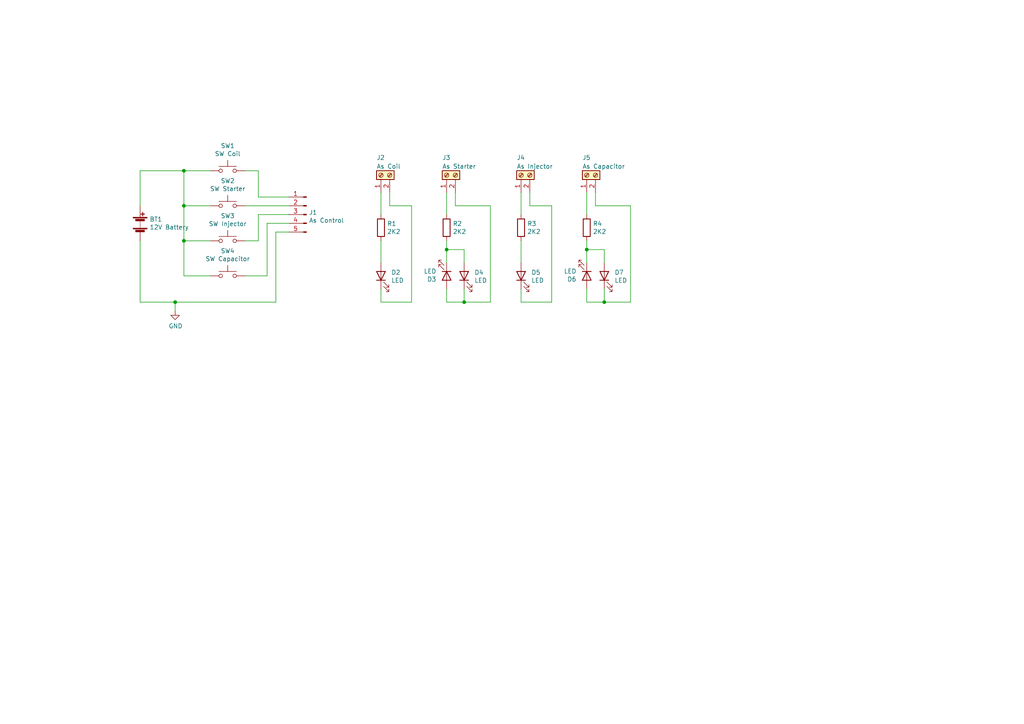
<source format=kicad_sch>
(kicad_sch (version 20211123) (generator eeschema)
  (paper "A4")
  (title_block (title "Switch Tester") (date "2020-08-31") (rev "1"))
  (lib_symbols
    (symbol "Connector:Conn_01x05_Male" (pin_names (offset 1.016) hide)
      (property "Reference" "J" (at 0 7.62 0))
      (property "Value" "Conn_01x05_Male" (at 0 -7.62 0))
      (symbol "Conn_01x05_Male_1_1"
        (polyline (pts (xy 1.27 -5.08) (xy 0.8636 -5.08)) (stroke (width 0.1524)))
        (polyline (pts (xy 1.27 -2.54) (xy 0.8636 -2.54)) (stroke (width 0.1524)))
        (polyline (pts (xy 1.27 0) (xy 0.8636 0)) (stroke (width 0.1524)))
        (polyline (pts (xy 1.27 2.54) (xy 0.8636 2.54)) (stroke (width 0.1524)))
        (polyline (pts (xy 1.27 5.08) (xy 0.8636 5.08)) (stroke (width 0.1524)))
        (rectangle (start 0.8636 -4.953) (end 0 -5.207) (stroke (width 0.1524)) (fill (type outline)))
        (rectangle (start 0.8636 -2.413) (end 0 -2.667) (stroke (width 0.1524)) (fill (type outline)))
        (rectangle (start 0.8636 0.127) (end 0 -0.127) (stroke (width 0.1524)) (fill (type outline)))
        (rectangle (start 0.8636 2.667) (end 0 2.413) (stroke (width 0.1524)) (fill (type outline)))
        (rectangle (start 0.8636 5.207) (end 0 4.953) (stroke (width 0.1524)) (fill (type outline)))
        (pin passive line (at 5.08 5.08 180) (length 3.81) (name "Pin_1") (number "1"))
        (pin passive line (at 5.08 2.54 180) (length 3.81) (name "Pin_2") (number "2"))
        (pin passive line (at 5.08 0 180) (length 3.81) (name "Pin_3") (number "3"))
        (pin passive line (at 5.08 -2.54 180) (length 3.81) (name "Pin_4") (number "4"))
        (pin passive line (at 5.08 -5.08 180) (length 3.81) (name "Pin_5") (number "5"))
      )
    )
    (symbol "Connector:Screw_Terminal_01x02" (pin_names (offset 1.016) hide)
      (property "Reference" "J" (at 0 2.54 0))
      (property "Value" "Screw_Terminal_01x02" (at 0 -5.08 0))
      (symbol "Screw_Terminal_01x02_1_1"
        (rectangle (start -1.27 1.27) (end 1.27 -3.81) (stroke (width 0.254)) (fill (type background)))
        (circle (center 0 -2.54) (radius 0.635) (stroke (width 0.1524)))
        (polyline (pts (xy -0.5334 -2.2098) (xy 0.3302 -3.048)) (stroke (width 0.1524)))
        (polyline (pts (xy -0.5334 0.3302) (xy 0.3302 -0.508)) (stroke (width 0.1524)))
        (polyline (pts (xy -0.3556 -2.032) (xy 0.508 -2.8702)) (stroke (width 0.1524)))
        (polyline (pts (xy -0.3556 0.508) (xy 0.508 -0.3302)) (stroke (width 0.1524)))
        (circle (center 0 0) (radius 0.635) (stroke (width 0.1524)))
        (pin passive line (at -5.08 0 0) (length 3.81) (name "Pin_1") (number "1"))
        (pin passive line (at -5.08 -2.54 0) (length 3.81) (name "Pin_2") (number "2"))
      )
    )
    (symbol "Device:Battery" (pin_numbers hide) (pin_names (offset 0) hide)
      (property "Reference" "BT" (at 2.54 2.54 0))
      (property "Value" "Battery" (at 2.54 0 0))
      (symbol "Battery_0_1"
        (rectangle (start -2.032 -1.397) (end 2.032 -1.651) (fill (type outline)))
        (rectangle (start -2.032 1.778) (end 2.032 1.524) (fill (type outline)))
        (rectangle (start -1.3208 -1.9812) (end 1.27 -2.4892) (fill (type outline)))
        (rectangle (start -1.3208 1.1938) (end 1.27 0.6858) (fill (type outline)))
        (polyline (pts (xy 0 -1.524) (xy 0 -1.27)))
        (polyline (pts (xy 0 -1.016) (xy 0 -0.762)))
        (polyline (pts (xy 0 -0.508) (xy 0 -0.254)))
        (polyline (pts (xy 0 0) (xy 0 0.254)))
        (polyline (pts (xy 0 0.508) (xy 0 0.762)))
        (polyline (pts (xy 0 1.778) (xy 0 2.54)))
        (polyline (pts (xy 0.254 2.667) (xy 1.27 2.667)) (stroke (width 0.254)))
        (polyline (pts (xy 0.762 3.175) (xy 0.762 2.159)) (stroke (width 0.254)))
      )
      (symbol "Battery_1_1"
        (pin passive line (at 0 5.08 270) (length 2.54) (name "+") (number "1"))
        (pin passive line (at 0 -5.08 90) (length 2.54) (name "-") (number "2"))
      )
    )
    (symbol "Device:LED" (pin_numbers hide) (pin_names (offset 1.016) hide)
      (property "Reference" "D" (at 0 2.54 0))
      (property "Value" "LED" (at 0 -2.54 0))
      (symbol "LED_0_1"
        (polyline (pts (xy -1.27 -1.27) (xy -1.27 1.27)) (stroke (width 0.254)))
        (polyline (pts (xy -1.27 0) (xy 1.27 0)))
        (polyline (pts (xy 1.27 -1.27) (xy 1.27 1.27) (xy -1.27 0) (xy 1.27 -1.27)) (stroke (width 0.254)))
        (polyline (pts (xy -3.048 -0.762) (xy -4.572 -2.286) (xy -3.81 -2.286) (xy -4.572 -2.286) (xy -4.572 -1.524)))
        (polyline (pts (xy -1.778 -0.762) (xy -3.302 -2.286) (xy -2.54 -2.286) (xy -3.302 -2.286) (xy -3.302 -1.524)))
      )
      (symbol "LED_1_1"
        (pin passive line (at -3.81 0 0) (length 2.54) (name "K") (number "1"))
        (pin passive line (at 3.81 0 180) (length 2.54) (name "A") (number "2"))
      )
    )
    (symbol "Device:R" (pin_numbers hide) (pin_names (offset 0))
      (property "Reference" "R" (at 2.032 0 90))
      (property "Value" "R" (at 0 0 90))
      (symbol "R_0_1"
        (rectangle (start -1.016 -2.54) (end 1.016 2.54) (stroke (width 0.254)))
      )
      (symbol "R_1_1"
        (pin passive line (at 0 3.81 270) (length 1.27) (name "~") (number "1"))
        (pin passive line (at 0 -3.81 90) (length 1.27) (name "~") (number "2"))
      )
    )
    (symbol "Switch:SW_Push" (pin_numbers hide) (pin_names (offset 1.016) hide)
      (property "Reference" "SW" (at 1.27 2.54 0))
      (property "Value" "SW_Push" (at 0 -1.524 0))
      (symbol "SW_Push_0_1"
        (circle (center -2.032 0) (radius 0.508))
        (polyline (pts (xy 0 1.27) (xy 0 3.048)))
        (polyline (pts (xy 2.54 1.27) (xy -2.54 1.27)))
        (circle (center 2.032 0) (radius 0.508))
        (pin passive line (at -5.08 0 0) (length 2.54) (name "1") (number "1"))
        (pin passive line (at 5.08 0 180) (length 2.54) (name "2") (number "2"))
      )
    )
    (symbol "power:GND" (power) (pin_names (offset 0))
      (property "Value" "GND" (at 0 -3.81 0))
      (symbol "GND_0_1"
        (polyline (pts (xy 0 0) (xy 0 -1.27) (xy 1.27 -1.27) (xy 0 -2.54) (xy -1.27 -1.27) (xy 0 -1.27)))
      )
      (symbol "GND_1_1"
        (pin power_in line (at 0 0 270) (length 0) hide (name "GND") (number "1"))
      )
    )
  )
  (junction (at 50.8 87.63))
  (junction (at 129.54 72.39))
  (junction (at 175.26 87.63))
  (junction (at 53.34 69.85))
  (junction (at 53.34 59.69))
  (junction (at 170.18 72.39))
  (junction (at 134.62 87.63))
  (junction (at 53.34 49.53))
  (wire (pts (xy 175.26 87.63) (xy 182.88 87.63)))
  (wire (pts (xy 172.72 59.69) (xy 182.88 59.69)))
  (wire (pts (xy 53.34 49.53) (xy 60.96 49.53)))
  (wire (pts (xy 153.67 59.69) (xy 153.67 55.88)))
  (wire (pts (xy 110.49 55.88) (xy 110.49 62.23)))
  (wire (pts (xy 83.82 62.23) (xy 74.93 62.23)))
  (wire (pts (xy 175.26 83.82) (xy 175.26 87.63)))
  (wire (pts (xy 110.49 87.63) (xy 119.38 87.63)))
  (wire (pts (xy 40.64 49.53) (xy 53.34 49.53)))
  (wire (pts (xy 170.18 87.63) (xy 175.26 87.63)))
  (wire (pts (xy 170.18 72.39) (xy 170.18 76.2)))
  (wire (pts (xy 50.8 87.63) (xy 40.64 87.63)))
  (wire (pts (xy 113.03 55.88) (xy 113.03 59.69)))
  (wire (pts (xy 77.47 64.77) (xy 77.47 80.01)))
  (wire (pts (xy 80.01 67.31) (xy 80.01 87.63)))
  (wire (pts (xy 182.88 59.69) (xy 182.88 87.63)))
  (wire (pts (xy 74.93 57.15) (xy 74.93 49.53)))
  (wire (pts (xy 77.47 64.77) (xy 83.82 64.77)))
  (wire (pts (xy 60.96 59.69) (xy 53.34 59.69)))
  (wire (pts (xy 53.34 80.01) (xy 53.34 69.85)))
  (wire (pts (xy 71.12 49.53) (xy 74.93 49.53)))
  (wire (pts (xy 170.18 72.39) (xy 175.26 72.39)))
  (wire (pts (xy 170.18 83.82) (xy 170.18 87.63)))
  (wire (pts (xy 53.34 69.85) (xy 53.34 59.69)))
  (wire (pts (xy 113.03 59.69) (xy 119.38 59.69)))
  (wire (pts (xy 110.49 87.63) (xy 110.49 83.82)))
  (wire (pts (xy 74.93 57.15) (xy 83.82 57.15)))
  (wire (pts (xy 160.02 59.69) (xy 153.67 59.69)))
  (wire (pts (xy 110.49 69.85) (xy 110.49 76.2)))
  (wire (pts (xy 129.54 87.63) (xy 134.62 87.63)))
  (wire (pts (xy 160.02 87.63) (xy 160.02 59.69)))
  (wire (pts (xy 74.93 69.85) (xy 71.12 69.85)))
  (wire (pts (xy 60.96 69.85) (xy 53.34 69.85)))
  (wire (pts (xy 53.34 59.69) (xy 53.34 49.53)))
  (wire (pts (xy 151.13 55.88) (xy 151.13 62.23)))
  (wire (pts (xy 172.72 59.69) (xy 172.72 55.88)))
  (wire (pts (xy 142.24 59.69) (xy 142.24 87.63)))
  (wire (pts (xy 129.54 87.63) (xy 129.54 83.82)))
  (wire (pts (xy 134.62 76.2) (xy 134.62 72.39)))
  (wire (pts (xy 40.64 49.53) (xy 40.64 59.69)))
  (wire (pts (xy 74.93 62.23) (xy 74.93 69.85)))
  (wire (pts (xy 170.18 69.85) (xy 170.18 72.39)))
  (wire (pts (xy 132.08 59.69) (xy 142.24 59.69)))
  (wire (pts (xy 129.54 72.39) (xy 129.54 76.2)))
  (wire (pts (xy 132.08 55.88) (xy 132.08 59.69)))
  (wire (pts (xy 119.38 59.69) (xy 119.38 87.63)))
  (wire (pts (xy 129.54 55.88) (xy 129.54 62.23)))
  (wire (pts (xy 134.62 72.39) (xy 129.54 72.39)))
  (wire (pts (xy 134.62 83.82) (xy 134.62 87.63)))
  (wire (pts (xy 151.13 83.82) (xy 151.13 87.63)))
  (wire (pts (xy 151.13 69.85) (xy 151.13 76.2)))
  (wire (pts (xy 50.8 87.63) (xy 50.8 90.17)))
  (wire (pts (xy 129.54 69.85) (xy 129.54 72.39)))
  (wire (pts (xy 134.62 87.63) (xy 142.24 87.63)))
  (wire (pts (xy 151.13 87.63) (xy 160.02 87.63)))
  (wire (pts (xy 60.96 80.01) (xy 53.34 80.01)))
  (wire (pts (xy 170.18 55.88) (xy 170.18 62.23)))
  (wire (pts (xy 77.47 80.01) (xy 71.12 80.01)))
  (wire (pts (xy 71.12 59.69) (xy 83.82 59.69)))
  (wire (pts (xy 40.64 69.85) (xy 40.64 87.63)))
  (wire (pts (xy 50.8 87.63) (xy 80.01 87.63)))
  (wire (pts (xy 83.82 67.31) (xy 80.01 67.31)))
  (wire (pts (xy 175.26 72.39) (xy 175.26 76.2)))
  (symbol (lib_id "Device:LED") (at 110.49 80.01 90) (unit 1)
    (property "Reference" "D2" (at 113.4618 79.0194 90) (effects (justify right)))
    (property "Value" "LED" (at 113.4618 81.3308 90) (effects (justify right)))
    (property "Footprint" "LED_THT:LED_D3.0mm_FlatTop" (effects hide))
  )
  (symbol (lib_id "Device:LED") (at 134.62 80.01 90) (unit 1)
    (property "Reference" "D4" (at 137.5918 79.0194 90) (effects (justify right)))
    (property "Value" "LED" (at 137.5918 81.3308 90) (effects (justify right)))
    (property "Footprint" "LED_THT:LED_D3.0mm_FlatTop" (effects hide))
  )
  (symbol (lib_id "Device:R") (at 110.49 66.04 0) (unit 1)
    (property "Reference" "R1" (at 112.268 64.8716 0) (effects (justify left)))
    (property "Value" "2K2" (at 112.268 67.183 0) (effects (justify left)))
    (property "Footprint" "Resistor_THT:R_Axial_DIN0207_L6.3mm_D2.5mm_P7.62mm_Horizontal" (effects hide))
  )
  (symbol (lib_id "power:GND") (at 50.8 90.17 0) (unit 1)
    (property "Reference" "#PWR?" (effects hide))
    (property "Value" "GND" (at 50.927 94.5642 0))
  )
  (symbol (lib_id "Device:R") (at 129.54 66.04 0) (unit 1)
    (property "Reference" "R2" (at 131.318 64.8716 0) (effects (justify left)))
    (property "Value" "2K2" (at 131.318 67.183 0) (effects (justify left)))
    (property "Footprint" "Resistor_THT:R_Axial_DIN0207_L6.3mm_D2.5mm_P7.62mm_Horizontal" (effects hide))
  )
  (symbol (lib_id "Device:R") (at 151.13 66.04 0) (unit 1)
    (property "Reference" "R3" (at 152.908 64.8716 0) (effects (justify left)))
    (property "Value" "2K2" (at 152.908 67.183 0) (effects (justify left)))
    (property "Footprint" "Resistor_THT:R_Axial_DIN0207_L6.3mm_D2.5mm_P7.62mm_Horizontal" (effects hide))
  )
  (symbol (lib_id "Connector:Screw_Terminal_01x02") (at 110.49 50.8 90) (unit 1)
    (property "Reference" "J2" (at 109.22 45.72 90) (effects (justify right)))
    (property "Value" "As Coil" (at 109.22 48.26 90) (effects (justify right)))
    (property "Footprint" "Connector_Wire:SolderWirePad_1x02_P5.08mm_Drill1.5mm" (effects hide))
  )
  (symbol (lib_id "Connector:Screw_Terminal_01x02") (at 129.54 50.8 90) (unit 1)
    (property "Reference" "J3" (at 128.27 45.72 90) (effects (justify right)))
    (property "Value" "As Starter" (at 128.27 48.26 90) (effects (justify right)))
    (property "Footprint" "Connector_Wire:SolderWirePad_1x02_P5.08mm_Drill1.5mm" (effects hide))
  )
  (symbol (lib_id "Connector:Screw_Terminal_01x02") (at 151.13 50.8 90) (unit 1)
    (property "Reference" "J4" (at 149.86 45.72 90) (effects (justify right)))
    (property "Value" "As Injector" (at 149.86 48.26 90) (effects (justify right)))
    (property "Footprint" "Connector_Wire:SolderWirePad_1x02_P5.08mm_Drill1.5mm" (effects hide))
  )
  (symbol (lib_id "Connector:Conn_01x05_Male") (at 88.9 62.23 0) (mirror y) (unit 1)
    (property "Reference" "J1" (at 89.6112 61.6204 0) (effects (justify right)))
    (property "Value" "As Control" (at 89.6112 63.9318 0) (effects (justify right)))
    (property "Footprint" "Connector_PinHeader_2.54mm:PinHeader_1x05_P2.54mm_Vertical" (effects hide))
  )
  (symbol (lib_id "Device:LED") (at 151.13 80.01 90) (unit 1)
    (property "Reference" "D5" (at 154.1018 79.0194 90) (effects (justify right)))
    (property "Value" "LED" (at 154.1018 81.3308 90) (effects (justify right)))
    (property "Footprint" "LED_THT:LED_D3.0mm_FlatTop" (effects hide))
  )
  (symbol (lib_id "Device:R") (at 170.18 66.04 0) (unit 1)
    (property "Reference" "R4" (at 171.958 64.8716 0) (effects (justify left)))
    (property "Value" "2K2" (at 171.958 67.183 0) (effects (justify left)))
    (property "Footprint" "Resistor_THT:R_Axial_DIN0207_L6.3mm_D2.5mm_P7.62mm_Horizontal" (effects hide))
  )
  (symbol (lib_id "Connector:Screw_Terminal_01x02") (at 170.18 50.8 90) (unit 1)
    (property "Reference" "J5" (at 168.91 45.72 90) (effects (justify right)))
    (property "Value" "As Capacitor" (at 168.91 48.26 90) (effects (justify right)))
    (property "Footprint" "Connector_Wire:SolderWirePad_1x02_P5.08mm_Drill1.5mm" (effects hide))
  )
  (symbol (lib_id "Device:LED") (at 175.26 80.01 90) (unit 1)
    (property "Reference" "D7" (at 178.2318 79.0194 90) (effects (justify right)))
    (property "Value" "LED" (at 178.2318 81.3308 90) (effects (justify right)))
    (property "Footprint" "LED_THT:LED_D3.0mm_FlatTop" (effects hide))
  )
  (symbol (lib_id "Device:Battery") (at 40.64 64.77 0) (unit 1)
    (property "Reference" "BT1" (at 43.3832 63.6016 0) (effects (justify left)))
    (property "Value" "12V Battery" (at 43.3832 65.913 0) (effects (justify left)))
    (property "Footprint" "Connector_JST:JST_XH_B2B-XH-A_1x02_P2.50mm_Vertical" (effects hide))
  )
  (symbol (lib_id "Switch:SW_Push") (at 66.04 49.53 0) (unit 1)
    (property "Reference" "SW1" (at 66.04 42.291 0))
    (property "Value" "SW Coil" (at 66.04 44.6024 0))
  )
  (symbol (lib_id "Switch:SW_Push") (at 66.04 59.69 0) (unit 1)
    (property "Reference" "SW2" (at 66.04 52.451 0))
    (property "Value" "SW Starter" (at 66.04 54.7624 0))
  )
  (symbol (lib_id "Switch:SW_Push") (at 66.04 69.85 0) (unit 1)
    (property "Reference" "SW3" (at 66.04 62.611 0))
    (property "Value" "SW Injector" (at 66.04 64.9224 0))
  )
  (symbol (lib_id "Switch:SW_Push") (at 66.04 80.01 0) (unit 1)
    (property "Reference" "SW4" (at 66.04 72.771 0))
    (property "Value" "SW Capacitor" (at 66.04 75.0824 0))
  )
  (symbol (lib_id "Device:LED") (at 129.54 80.01 270) (unit 1)
    (property "Reference" "D3" (at 126.5682 81.0006 90) (effects (justify right)))
    (property "Value" "LED" (at 126.5682 78.6892 90) (effects (justify right)))
    (property "Footprint" "LED_THT:LED_D3.0mm_FlatTop" (effects hide))
  )
  (symbol (lib_id "Device:LED") (at 170.18 80.01 270) (unit 1)
    (property "Reference" "D6" (at 167.2082 81.0006 90) (effects (justify right)))
    (property "Value" "LED" (at 167.2082 78.6892 90) (effects (justify right)))
    (property "Footprint" "LED_THT:LED_D3.0mm_FlatTop" (effects hide))
  )
)
</source>
